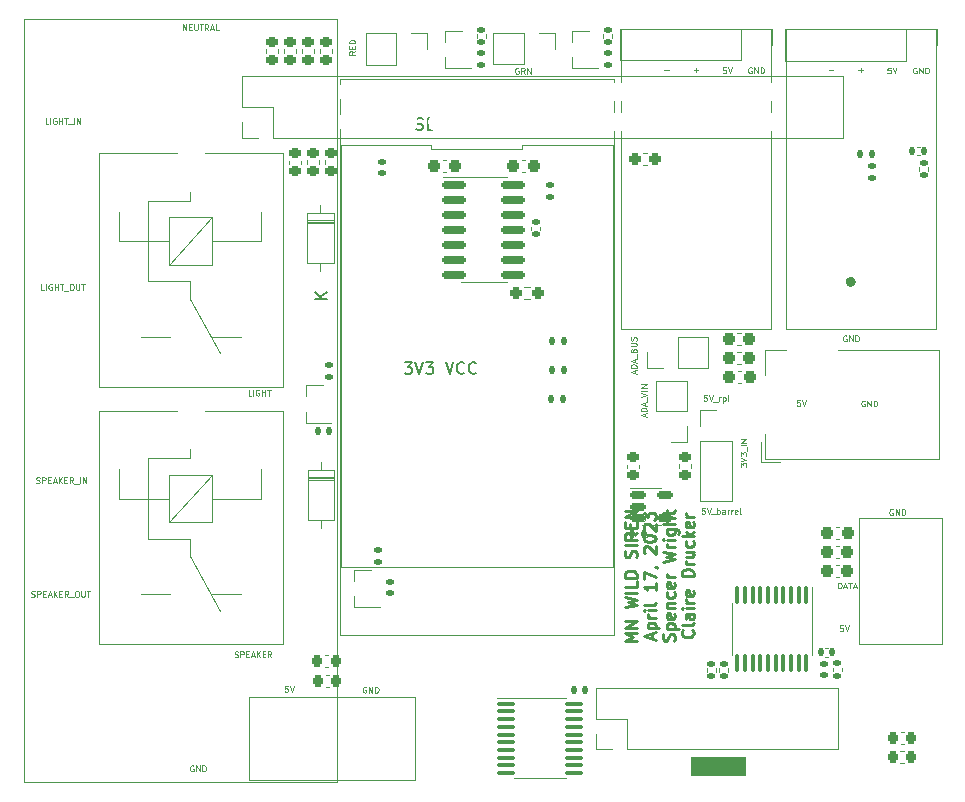
<source format=gto>
%TF.GenerationSoftware,KiCad,Pcbnew,(6.0.10-0)*%
%TF.CreationDate,2023-04-17T23:12:57-05:00*%
%TF.ProjectId,mn_wild_siren,6d6e5f77-696c-4645-9f73-6972656e2e6b,rev?*%
%TF.SameCoordinates,Original*%
%TF.FileFunction,Legend,Top*%
%TF.FilePolarity,Positive*%
%FSLAX46Y46*%
G04 Gerber Fmt 4.6, Leading zero omitted, Abs format (unit mm)*
G04 Created by KiCad (PCBNEW (6.0.10-0)) date 2023-04-17 23:12:57*
%MOMM*%
%LPD*%
G01*
G04 APERTURE LIST*
G04 Aperture macros list*
%AMRoundRect*
0 Rectangle with rounded corners*
0 $1 Rounding radius*
0 $2 $3 $4 $5 $6 $7 $8 $9 X,Y pos of 4 corners*
0 Add a 4 corners polygon primitive as box body*
4,1,4,$2,$3,$4,$5,$6,$7,$8,$9,$2,$3,0*
0 Add four circle primitives for the rounded corners*
1,1,$1+$1,$2,$3*
1,1,$1+$1,$4,$5*
1,1,$1+$1,$6,$7*
1,1,$1+$1,$8,$9*
0 Add four rect primitives between the rounded corners*
20,1,$1+$1,$2,$3,$4,$5,0*
20,1,$1+$1,$4,$5,$6,$7,0*
20,1,$1+$1,$6,$7,$8,$9,0*
20,1,$1+$1,$8,$9,$2,$3,0*%
G04 Aperture macros list end*
%ADD10C,0.125000*%
%ADD11C,0.250000*%
%ADD12C,0.120000*%
%ADD13C,0.050000*%
%ADD14C,0.150000*%
%ADD15C,0.456611*%
%ADD16RoundRect,0.150000X-0.512500X-0.150000X0.512500X-0.150000X0.512500X0.150000X-0.512500X0.150000X0*%
%ADD17RoundRect,0.147500X0.172500X-0.147500X0.172500X0.147500X-0.172500X0.147500X-0.172500X-0.147500X0*%
%ADD18R,1.700000X1.700000*%
%ADD19O,1.700000X1.700000*%
%ADD20RoundRect,0.225000X-0.225000X-0.250000X0.225000X-0.250000X0.225000X0.250000X-0.225000X0.250000X0*%
%ADD21RoundRect,0.225000X0.250000X-0.225000X0.250000X0.225000X-0.250000X0.225000X-0.250000X-0.225000X0*%
%ADD22RoundRect,0.225000X-0.250000X0.225000X-0.250000X-0.225000X0.250000X-0.225000X0.250000X0.225000X0*%
%ADD23RoundRect,0.225000X0.225000X0.250000X-0.225000X0.250000X-0.225000X-0.250000X0.225000X-0.250000X0*%
%ADD24RoundRect,0.237500X0.300000X0.237500X-0.300000X0.237500X-0.300000X-0.237500X0.300000X-0.237500X0*%
%ADD25RoundRect,0.237500X-0.300000X-0.237500X0.300000X-0.237500X0.300000X0.237500X-0.300000X0.237500X0*%
%ADD26R,1.800000X4.400000*%
%ADD27O,1.800000X4.000000*%
%ADD28O,4.000000X1.800000*%
%ADD29C,2.000000*%
%ADD30R,3.000000X4.000000*%
%ADD31RoundRect,0.237500X0.287500X0.237500X-0.287500X0.237500X-0.287500X-0.237500X0.287500X-0.237500X0*%
%ADD32RoundRect,0.147500X-0.147500X-0.172500X0.147500X-0.172500X0.147500X0.172500X-0.147500X0.172500X0*%
%ADD33RoundRect,0.218750X-0.256250X0.218750X-0.256250X-0.218750X0.256250X-0.218750X0.256250X0.218750X0*%
%ADD34C,5.000000*%
%ADD35C,3.000000*%
%ADD36C,2.500000*%
%ADD37R,0.900000X0.800000*%
%ADD38RoundRect,0.147500X-0.172500X0.147500X-0.172500X-0.147500X0.172500X-0.147500X0.172500X0.147500X0*%
%ADD39RoundRect,0.147500X0.147500X0.172500X-0.147500X0.172500X-0.147500X-0.172500X0.147500X-0.172500X0*%
%ADD40RoundRect,0.100000X-0.637500X-0.100000X0.637500X-0.100000X0.637500X0.100000X-0.637500X0.100000X0*%
%ADD41R,1.500000X1.500000*%
%ADD42C,3.200000*%
%ADD43C,1.750000*%
%ADD44RoundRect,0.135000X-0.185000X0.135000X-0.185000X-0.135000X0.185000X-0.135000X0.185000X0.135000X0*%
%ADD45RoundRect,0.150000X-0.825000X-0.150000X0.825000X-0.150000X0.825000X0.150000X-0.825000X0.150000X0*%
%ADD46RoundRect,0.135000X0.185000X-0.135000X0.185000X0.135000X-0.185000X0.135000X-0.185000X-0.135000X0*%
%ADD47R,1.600000X1.600000*%
%ADD48O,1.600000X1.600000*%
%ADD49RoundRect,0.140000X-0.140000X-0.170000X0.140000X-0.170000X0.140000X0.170000X-0.140000X0.170000X0*%
%ADD50RoundRect,0.100000X-0.100000X0.637500X-0.100000X-0.637500X0.100000X-0.637500X0.100000X0.637500X0*%
%ADD51RoundRect,0.135000X0.135000X0.185000X-0.135000X0.185000X-0.135000X-0.185000X0.135000X-0.185000X0*%
%ADD52RoundRect,0.237500X-0.250000X-0.237500X0.250000X-0.237500X0.250000X0.237500X-0.250000X0.237500X0*%
G04 APERTURE END LIST*
D10*
X227036190Y-107860476D02*
X227036190Y-107550952D01*
X227226666Y-107717619D01*
X227226666Y-107646190D01*
X227250476Y-107598571D01*
X227274285Y-107574761D01*
X227321904Y-107550952D01*
X227440952Y-107550952D01*
X227488571Y-107574761D01*
X227512380Y-107598571D01*
X227536190Y-107646190D01*
X227536190Y-107789047D01*
X227512380Y-107836666D01*
X227488571Y-107860476D01*
X227036190Y-107408095D02*
X227536190Y-107241428D01*
X227036190Y-107074761D01*
X227036190Y-106955714D02*
X227036190Y-106646190D01*
X227226666Y-106812857D01*
X227226666Y-106741428D01*
X227250476Y-106693809D01*
X227274285Y-106670000D01*
X227321904Y-106646190D01*
X227440952Y-106646190D01*
X227488571Y-106670000D01*
X227512380Y-106693809D01*
X227536190Y-106741428D01*
X227536190Y-106884285D01*
X227512380Y-106931904D01*
X227488571Y-106955714D01*
X227583809Y-106550952D02*
X227583809Y-106170000D01*
X227536190Y-106050952D02*
X227036190Y-106050952D01*
X227536190Y-105812857D02*
X227036190Y-105812857D01*
X227536190Y-105527142D01*
X227036190Y-105527142D01*
X208229047Y-74110000D02*
X208181428Y-74086190D01*
X208110000Y-74086190D01*
X208038571Y-74110000D01*
X207990952Y-74157619D01*
X207967142Y-74205238D01*
X207943333Y-74300476D01*
X207943333Y-74371904D01*
X207967142Y-74467142D01*
X207990952Y-74514761D01*
X208038571Y-74562380D01*
X208110000Y-74586190D01*
X208157619Y-74586190D01*
X208229047Y-74562380D01*
X208252857Y-74538571D01*
X208252857Y-74371904D01*
X208157619Y-74371904D01*
X208752857Y-74586190D02*
X208586190Y-74348095D01*
X208467142Y-74586190D02*
X208467142Y-74086190D01*
X208657619Y-74086190D01*
X208705238Y-74110000D01*
X208729047Y-74133809D01*
X208752857Y-74181428D01*
X208752857Y-74252857D01*
X208729047Y-74300476D01*
X208705238Y-74324285D01*
X208657619Y-74348095D01*
X208467142Y-74348095D01*
X208967142Y-74586190D02*
X208967142Y-74086190D01*
X209252857Y-74586190D01*
X209252857Y-74086190D01*
X194416190Y-72671428D02*
X194178095Y-72838095D01*
X194416190Y-72957142D02*
X193916190Y-72957142D01*
X193916190Y-72766666D01*
X193940000Y-72719047D01*
X193963809Y-72695238D01*
X194011428Y-72671428D01*
X194082857Y-72671428D01*
X194130476Y-72695238D01*
X194154285Y-72719047D01*
X194178095Y-72766666D01*
X194178095Y-72957142D01*
X194154285Y-72457142D02*
X194154285Y-72290476D01*
X194416190Y-72219047D02*
X194416190Y-72457142D01*
X193916190Y-72457142D01*
X193916190Y-72219047D01*
X194416190Y-72004761D02*
X193916190Y-72004761D01*
X193916190Y-71885714D01*
X193940000Y-71814285D01*
X193987619Y-71766666D01*
X194035238Y-71742857D01*
X194130476Y-71719047D01*
X194201904Y-71719047D01*
X194297142Y-71742857D01*
X194344761Y-71766666D01*
X194392380Y-71814285D01*
X194416190Y-71885714D01*
X194416190Y-72004761D01*
X224164285Y-101786190D02*
X223926190Y-101786190D01*
X223902380Y-102024285D01*
X223926190Y-102000476D01*
X223973809Y-101976666D01*
X224092857Y-101976666D01*
X224140476Y-102000476D01*
X224164285Y-102024285D01*
X224188095Y-102071904D01*
X224188095Y-102190952D01*
X224164285Y-102238571D01*
X224140476Y-102262380D01*
X224092857Y-102286190D01*
X223973809Y-102286190D01*
X223926190Y-102262380D01*
X223902380Y-102238571D01*
X224330952Y-101786190D02*
X224497619Y-102286190D01*
X224664285Y-101786190D01*
X224711904Y-102333809D02*
X225092857Y-102333809D01*
X225211904Y-102286190D02*
X225211904Y-101952857D01*
X225211904Y-102048095D02*
X225235714Y-102000476D01*
X225259523Y-101976666D01*
X225307142Y-101952857D01*
X225354761Y-101952857D01*
X225521428Y-101952857D02*
X225521428Y-102452857D01*
X225521428Y-101976666D02*
X225569047Y-101952857D01*
X225664285Y-101952857D01*
X225711904Y-101976666D01*
X225735714Y-102000476D01*
X225759523Y-102048095D01*
X225759523Y-102190952D01*
X225735714Y-102238571D01*
X225711904Y-102262380D01*
X225664285Y-102286190D01*
X225569047Y-102286190D01*
X225521428Y-102262380D01*
X225973809Y-102286190D02*
X225973809Y-101952857D01*
X225973809Y-101786190D02*
X225950000Y-101810000D01*
X225973809Y-101833809D01*
X225997619Y-101810000D01*
X225973809Y-101786190D01*
X225973809Y-101833809D01*
X223997142Y-111346190D02*
X223759047Y-111346190D01*
X223735238Y-111584285D01*
X223759047Y-111560476D01*
X223806666Y-111536666D01*
X223925714Y-111536666D01*
X223973333Y-111560476D01*
X223997142Y-111584285D01*
X224020952Y-111631904D01*
X224020952Y-111750952D01*
X223997142Y-111798571D01*
X223973333Y-111822380D01*
X223925714Y-111846190D01*
X223806666Y-111846190D01*
X223759047Y-111822380D01*
X223735238Y-111798571D01*
X224163809Y-111346190D02*
X224330476Y-111846190D01*
X224497142Y-111346190D01*
X224544761Y-111893809D02*
X224925714Y-111893809D01*
X225044761Y-111846190D02*
X225044761Y-111346190D01*
X225044761Y-111536666D02*
X225092380Y-111512857D01*
X225187619Y-111512857D01*
X225235238Y-111536666D01*
X225259047Y-111560476D01*
X225282857Y-111608095D01*
X225282857Y-111750952D01*
X225259047Y-111798571D01*
X225235238Y-111822380D01*
X225187619Y-111846190D01*
X225092380Y-111846190D01*
X225044761Y-111822380D01*
X225711428Y-111846190D02*
X225711428Y-111584285D01*
X225687619Y-111536666D01*
X225640000Y-111512857D01*
X225544761Y-111512857D01*
X225497142Y-111536666D01*
X225711428Y-111822380D02*
X225663809Y-111846190D01*
X225544761Y-111846190D01*
X225497142Y-111822380D01*
X225473333Y-111774761D01*
X225473333Y-111727142D01*
X225497142Y-111679523D01*
X225544761Y-111655714D01*
X225663809Y-111655714D01*
X225711428Y-111631904D01*
X225949523Y-111846190D02*
X225949523Y-111512857D01*
X225949523Y-111608095D02*
X225973333Y-111560476D01*
X225997142Y-111536666D01*
X226044761Y-111512857D01*
X226092380Y-111512857D01*
X226259047Y-111846190D02*
X226259047Y-111512857D01*
X226259047Y-111608095D02*
X226282857Y-111560476D01*
X226306666Y-111536666D01*
X226354285Y-111512857D01*
X226401904Y-111512857D01*
X226759047Y-111822380D02*
X226711428Y-111846190D01*
X226616190Y-111846190D01*
X226568571Y-111822380D01*
X226544761Y-111774761D01*
X226544761Y-111584285D01*
X226568571Y-111536666D01*
X226616190Y-111512857D01*
X226711428Y-111512857D01*
X226759047Y-111536666D01*
X226782857Y-111584285D01*
X226782857Y-111631904D01*
X226544761Y-111679523D01*
X227068571Y-111846190D02*
X227020952Y-111822380D01*
X226997142Y-111774761D01*
X226997142Y-111346190D01*
X218083333Y-99933809D02*
X218083333Y-99695714D01*
X218226190Y-99981428D02*
X217726190Y-99814761D01*
X218226190Y-99648095D01*
X218226190Y-99481428D02*
X217726190Y-99481428D01*
X217726190Y-99362380D01*
X217750000Y-99290952D01*
X217797619Y-99243333D01*
X217845238Y-99219523D01*
X217940476Y-99195714D01*
X218011904Y-99195714D01*
X218107142Y-99219523D01*
X218154761Y-99243333D01*
X218202380Y-99290952D01*
X218226190Y-99362380D01*
X218226190Y-99481428D01*
X218083333Y-99005238D02*
X218083333Y-98767142D01*
X218226190Y-99052857D02*
X217726190Y-98886190D01*
X218226190Y-98719523D01*
X218273809Y-98671904D02*
X218273809Y-98290952D01*
X217964285Y-98005238D02*
X217988095Y-97933809D01*
X218011904Y-97910000D01*
X218059523Y-97886190D01*
X218130952Y-97886190D01*
X218178571Y-97910000D01*
X218202380Y-97933809D01*
X218226190Y-97981428D01*
X218226190Y-98171904D01*
X217726190Y-98171904D01*
X217726190Y-98005238D01*
X217750000Y-97957619D01*
X217773809Y-97933809D01*
X217821428Y-97910000D01*
X217869047Y-97910000D01*
X217916666Y-97933809D01*
X217940476Y-97957619D01*
X217964285Y-98005238D01*
X217964285Y-98171904D01*
X217726190Y-97671904D02*
X218130952Y-97671904D01*
X218178571Y-97648095D01*
X218202380Y-97624285D01*
X218226190Y-97576666D01*
X218226190Y-97481428D01*
X218202380Y-97433809D01*
X218178571Y-97410000D01*
X218130952Y-97386190D01*
X217726190Y-97386190D01*
X218202380Y-97171904D02*
X218226190Y-97100476D01*
X218226190Y-96981428D01*
X218202380Y-96933809D01*
X218178571Y-96910000D01*
X218130952Y-96886190D01*
X218083333Y-96886190D01*
X218035714Y-96910000D01*
X218011904Y-96933809D01*
X217988095Y-96981428D01*
X217964285Y-97076666D01*
X217940476Y-97124285D01*
X217916666Y-97148095D01*
X217869047Y-97171904D01*
X217821428Y-97171904D01*
X217773809Y-97148095D01*
X217750000Y-97124285D01*
X217726190Y-97076666D01*
X217726190Y-96957619D01*
X217750000Y-96886190D01*
X218933333Y-103599047D02*
X218933333Y-103360952D01*
X219076190Y-103646666D02*
X218576190Y-103480000D01*
X219076190Y-103313333D01*
X219076190Y-103146666D02*
X218576190Y-103146666D01*
X218576190Y-103027619D01*
X218600000Y-102956190D01*
X218647619Y-102908571D01*
X218695238Y-102884761D01*
X218790476Y-102860952D01*
X218861904Y-102860952D01*
X218957142Y-102884761D01*
X219004761Y-102908571D01*
X219052380Y-102956190D01*
X219076190Y-103027619D01*
X219076190Y-103146666D01*
X218933333Y-102670476D02*
X218933333Y-102432380D01*
X219076190Y-102718095D02*
X218576190Y-102551428D01*
X219076190Y-102384761D01*
X219123809Y-102337142D02*
X219123809Y-101956190D01*
X218576190Y-101908571D02*
X219076190Y-101741904D01*
X218576190Y-101575238D01*
X219076190Y-101408571D02*
X218576190Y-101408571D01*
X219076190Y-101170476D02*
X218576190Y-101170476D01*
X219076190Y-100884761D01*
X218576190Y-100884761D01*
D11*
X218227380Y-122613809D02*
X217227380Y-122613809D01*
X217941666Y-122280476D01*
X217227380Y-121947142D01*
X218227380Y-121947142D01*
X218227380Y-121470952D02*
X217227380Y-121470952D01*
X218227380Y-120899523D01*
X217227380Y-120899523D01*
X217227380Y-119756666D02*
X218227380Y-119518571D01*
X217513095Y-119328095D01*
X218227380Y-119137619D01*
X217227380Y-118899523D01*
X218227380Y-118518571D02*
X217227380Y-118518571D01*
X218227380Y-117566190D02*
X218227380Y-118042380D01*
X217227380Y-118042380D01*
X218227380Y-117232857D02*
X217227380Y-117232857D01*
X217227380Y-116994761D01*
X217275000Y-116851904D01*
X217370238Y-116756666D01*
X217465476Y-116709047D01*
X217655952Y-116661428D01*
X217798809Y-116661428D01*
X217989285Y-116709047D01*
X218084523Y-116756666D01*
X218179761Y-116851904D01*
X218227380Y-116994761D01*
X218227380Y-117232857D01*
X218179761Y-115518571D02*
X218227380Y-115375714D01*
X218227380Y-115137619D01*
X218179761Y-115042380D01*
X218132142Y-114994761D01*
X218036904Y-114947142D01*
X217941666Y-114947142D01*
X217846428Y-114994761D01*
X217798809Y-115042380D01*
X217751190Y-115137619D01*
X217703571Y-115328095D01*
X217655952Y-115423333D01*
X217608333Y-115470952D01*
X217513095Y-115518571D01*
X217417857Y-115518571D01*
X217322619Y-115470952D01*
X217275000Y-115423333D01*
X217227380Y-115328095D01*
X217227380Y-115090000D01*
X217275000Y-114947142D01*
X218227380Y-114518571D02*
X217227380Y-114518571D01*
X218227380Y-113470952D02*
X217751190Y-113804285D01*
X218227380Y-114042380D02*
X217227380Y-114042380D01*
X217227380Y-113661428D01*
X217275000Y-113566190D01*
X217322619Y-113518571D01*
X217417857Y-113470952D01*
X217560714Y-113470952D01*
X217655952Y-113518571D01*
X217703571Y-113566190D01*
X217751190Y-113661428D01*
X217751190Y-114042380D01*
X217703571Y-113042380D02*
X217703571Y-112709047D01*
X218227380Y-112566190D02*
X218227380Y-113042380D01*
X217227380Y-113042380D01*
X217227380Y-112566190D01*
X218227380Y-112137619D02*
X217227380Y-112137619D01*
X218227380Y-111566190D01*
X217227380Y-111566190D01*
X219551666Y-122447142D02*
X219551666Y-121970952D01*
X219837380Y-122542380D02*
X218837380Y-122209047D01*
X219837380Y-121875714D01*
X219170714Y-121542380D02*
X220170714Y-121542380D01*
X219218333Y-121542380D02*
X219170714Y-121447142D01*
X219170714Y-121256666D01*
X219218333Y-121161428D01*
X219265952Y-121113809D01*
X219361190Y-121066190D01*
X219646904Y-121066190D01*
X219742142Y-121113809D01*
X219789761Y-121161428D01*
X219837380Y-121256666D01*
X219837380Y-121447142D01*
X219789761Y-121542380D01*
X219837380Y-120637619D02*
X219170714Y-120637619D01*
X219361190Y-120637619D02*
X219265952Y-120590000D01*
X219218333Y-120542380D01*
X219170714Y-120447142D01*
X219170714Y-120351904D01*
X219837380Y-120018571D02*
X219170714Y-120018571D01*
X218837380Y-120018571D02*
X218885000Y-120066190D01*
X218932619Y-120018571D01*
X218885000Y-119970952D01*
X218837380Y-120018571D01*
X218932619Y-120018571D01*
X219837380Y-119399523D02*
X219789761Y-119494761D01*
X219694523Y-119542380D01*
X218837380Y-119542380D01*
X219837380Y-117732857D02*
X219837380Y-118304285D01*
X219837380Y-118018571D02*
X218837380Y-118018571D01*
X218980238Y-118113809D01*
X219075476Y-118209047D01*
X219123095Y-118304285D01*
X218837380Y-117399523D02*
X218837380Y-116732857D01*
X219837380Y-117161428D01*
X219789761Y-116304285D02*
X219837380Y-116304285D01*
X219932619Y-116351904D01*
X219980238Y-116399523D01*
X218932619Y-115161428D02*
X218885000Y-115113809D01*
X218837380Y-115018571D01*
X218837380Y-114780476D01*
X218885000Y-114685238D01*
X218932619Y-114637619D01*
X219027857Y-114590000D01*
X219123095Y-114590000D01*
X219265952Y-114637619D01*
X219837380Y-115209047D01*
X219837380Y-114590000D01*
X218837380Y-113970952D02*
X218837380Y-113875714D01*
X218885000Y-113780476D01*
X218932619Y-113732857D01*
X219027857Y-113685238D01*
X219218333Y-113637619D01*
X219456428Y-113637619D01*
X219646904Y-113685238D01*
X219742142Y-113732857D01*
X219789761Y-113780476D01*
X219837380Y-113875714D01*
X219837380Y-113970952D01*
X219789761Y-114066190D01*
X219742142Y-114113809D01*
X219646904Y-114161428D01*
X219456428Y-114209047D01*
X219218333Y-114209047D01*
X219027857Y-114161428D01*
X218932619Y-114113809D01*
X218885000Y-114066190D01*
X218837380Y-113970952D01*
X218932619Y-113256666D02*
X218885000Y-113209047D01*
X218837380Y-113113809D01*
X218837380Y-112875714D01*
X218885000Y-112780476D01*
X218932619Y-112732857D01*
X219027857Y-112685238D01*
X219123095Y-112685238D01*
X219265952Y-112732857D01*
X219837380Y-113304285D01*
X219837380Y-112685238D01*
X218837380Y-112351904D02*
X218837380Y-111732857D01*
X219218333Y-112066190D01*
X219218333Y-111923333D01*
X219265952Y-111828095D01*
X219313571Y-111780476D01*
X219408809Y-111732857D01*
X219646904Y-111732857D01*
X219742142Y-111780476D01*
X219789761Y-111828095D01*
X219837380Y-111923333D01*
X219837380Y-112209047D01*
X219789761Y-112304285D01*
X219742142Y-112351904D01*
X221399761Y-122566190D02*
X221447380Y-122423333D01*
X221447380Y-122185238D01*
X221399761Y-122090000D01*
X221352142Y-122042380D01*
X221256904Y-121994761D01*
X221161666Y-121994761D01*
X221066428Y-122042380D01*
X221018809Y-122090000D01*
X220971190Y-122185238D01*
X220923571Y-122375714D01*
X220875952Y-122470952D01*
X220828333Y-122518571D01*
X220733095Y-122566190D01*
X220637857Y-122566190D01*
X220542619Y-122518571D01*
X220495000Y-122470952D01*
X220447380Y-122375714D01*
X220447380Y-122137619D01*
X220495000Y-121994761D01*
X220780714Y-121566190D02*
X221780714Y-121566190D01*
X220828333Y-121566190D02*
X220780714Y-121470952D01*
X220780714Y-121280476D01*
X220828333Y-121185238D01*
X220875952Y-121137619D01*
X220971190Y-121090000D01*
X221256904Y-121090000D01*
X221352142Y-121137619D01*
X221399761Y-121185238D01*
X221447380Y-121280476D01*
X221447380Y-121470952D01*
X221399761Y-121566190D01*
X221399761Y-120280476D02*
X221447380Y-120375714D01*
X221447380Y-120566190D01*
X221399761Y-120661428D01*
X221304523Y-120709047D01*
X220923571Y-120709047D01*
X220828333Y-120661428D01*
X220780714Y-120566190D01*
X220780714Y-120375714D01*
X220828333Y-120280476D01*
X220923571Y-120232857D01*
X221018809Y-120232857D01*
X221114047Y-120709047D01*
X220780714Y-119804285D02*
X221447380Y-119804285D01*
X220875952Y-119804285D02*
X220828333Y-119756666D01*
X220780714Y-119661428D01*
X220780714Y-119518571D01*
X220828333Y-119423333D01*
X220923571Y-119375714D01*
X221447380Y-119375714D01*
X221399761Y-118470952D02*
X221447380Y-118566190D01*
X221447380Y-118756666D01*
X221399761Y-118851904D01*
X221352142Y-118899523D01*
X221256904Y-118947142D01*
X220971190Y-118947142D01*
X220875952Y-118899523D01*
X220828333Y-118851904D01*
X220780714Y-118756666D01*
X220780714Y-118566190D01*
X220828333Y-118470952D01*
X221399761Y-117661428D02*
X221447380Y-117756666D01*
X221447380Y-117947142D01*
X221399761Y-118042380D01*
X221304523Y-118090000D01*
X220923571Y-118090000D01*
X220828333Y-118042380D01*
X220780714Y-117947142D01*
X220780714Y-117756666D01*
X220828333Y-117661428D01*
X220923571Y-117613809D01*
X221018809Y-117613809D01*
X221114047Y-118090000D01*
X221447380Y-117185238D02*
X220780714Y-117185238D01*
X220971190Y-117185238D02*
X220875952Y-117137619D01*
X220828333Y-117090000D01*
X220780714Y-116994761D01*
X220780714Y-116899523D01*
X220447380Y-115899523D02*
X221447380Y-115661428D01*
X220733095Y-115470952D01*
X221447380Y-115280476D01*
X220447380Y-115042380D01*
X221447380Y-114661428D02*
X220780714Y-114661428D01*
X220971190Y-114661428D02*
X220875952Y-114613809D01*
X220828333Y-114566190D01*
X220780714Y-114470952D01*
X220780714Y-114375714D01*
X221447380Y-114042380D02*
X220780714Y-114042380D01*
X220447380Y-114042380D02*
X220495000Y-114090000D01*
X220542619Y-114042380D01*
X220495000Y-113994761D01*
X220447380Y-114042380D01*
X220542619Y-114042380D01*
X220780714Y-113137619D02*
X221590238Y-113137619D01*
X221685476Y-113185238D01*
X221733095Y-113232857D01*
X221780714Y-113328095D01*
X221780714Y-113470952D01*
X221733095Y-113566190D01*
X221399761Y-113137619D02*
X221447380Y-113232857D01*
X221447380Y-113423333D01*
X221399761Y-113518571D01*
X221352142Y-113566190D01*
X221256904Y-113613809D01*
X220971190Y-113613809D01*
X220875952Y-113566190D01*
X220828333Y-113518571D01*
X220780714Y-113423333D01*
X220780714Y-113232857D01*
X220828333Y-113137619D01*
X221447380Y-112661428D02*
X220447380Y-112661428D01*
X221447380Y-112232857D02*
X220923571Y-112232857D01*
X220828333Y-112280476D01*
X220780714Y-112375714D01*
X220780714Y-112518571D01*
X220828333Y-112613809D01*
X220875952Y-112661428D01*
X220780714Y-111899523D02*
X220780714Y-111518571D01*
X220447380Y-111756666D02*
X221304523Y-111756666D01*
X221399761Y-111709047D01*
X221447380Y-111613809D01*
X221447380Y-111518571D01*
X222962142Y-121685238D02*
X223009761Y-121732857D01*
X223057380Y-121875714D01*
X223057380Y-121970952D01*
X223009761Y-122113809D01*
X222914523Y-122209047D01*
X222819285Y-122256666D01*
X222628809Y-122304285D01*
X222485952Y-122304285D01*
X222295476Y-122256666D01*
X222200238Y-122209047D01*
X222105000Y-122113809D01*
X222057380Y-121970952D01*
X222057380Y-121875714D01*
X222105000Y-121732857D01*
X222152619Y-121685238D01*
X223057380Y-121113809D02*
X223009761Y-121209047D01*
X222914523Y-121256666D01*
X222057380Y-121256666D01*
X223057380Y-120304285D02*
X222533571Y-120304285D01*
X222438333Y-120351904D01*
X222390714Y-120447142D01*
X222390714Y-120637619D01*
X222438333Y-120732857D01*
X223009761Y-120304285D02*
X223057380Y-120399523D01*
X223057380Y-120637619D01*
X223009761Y-120732857D01*
X222914523Y-120780476D01*
X222819285Y-120780476D01*
X222724047Y-120732857D01*
X222676428Y-120637619D01*
X222676428Y-120399523D01*
X222628809Y-120304285D01*
X223057380Y-119828095D02*
X222390714Y-119828095D01*
X222057380Y-119828095D02*
X222105000Y-119875714D01*
X222152619Y-119828095D01*
X222105000Y-119780476D01*
X222057380Y-119828095D01*
X222152619Y-119828095D01*
X223057380Y-119351904D02*
X222390714Y-119351904D01*
X222581190Y-119351904D02*
X222485952Y-119304285D01*
X222438333Y-119256666D01*
X222390714Y-119161428D01*
X222390714Y-119066190D01*
X223009761Y-118351904D02*
X223057380Y-118447142D01*
X223057380Y-118637619D01*
X223009761Y-118732857D01*
X222914523Y-118780476D01*
X222533571Y-118780476D01*
X222438333Y-118732857D01*
X222390714Y-118637619D01*
X222390714Y-118447142D01*
X222438333Y-118351904D01*
X222533571Y-118304285D01*
X222628809Y-118304285D01*
X222724047Y-118780476D01*
X223057380Y-117113809D02*
X222057380Y-117113809D01*
X222057380Y-116875714D01*
X222105000Y-116732857D01*
X222200238Y-116637619D01*
X222295476Y-116590000D01*
X222485952Y-116542380D01*
X222628809Y-116542380D01*
X222819285Y-116590000D01*
X222914523Y-116637619D01*
X223009761Y-116732857D01*
X223057380Y-116875714D01*
X223057380Y-117113809D01*
X223057380Y-116113809D02*
X222390714Y-116113809D01*
X222581190Y-116113809D02*
X222485952Y-116066190D01*
X222438333Y-116018571D01*
X222390714Y-115923333D01*
X222390714Y-115828095D01*
X222390714Y-115066190D02*
X223057380Y-115066190D01*
X222390714Y-115494761D02*
X222914523Y-115494761D01*
X223009761Y-115447142D01*
X223057380Y-115351904D01*
X223057380Y-115209047D01*
X223009761Y-115113809D01*
X222962142Y-115066190D01*
X223009761Y-114161428D02*
X223057380Y-114256666D01*
X223057380Y-114447142D01*
X223009761Y-114542380D01*
X222962142Y-114590000D01*
X222866904Y-114637619D01*
X222581190Y-114637619D01*
X222485952Y-114590000D01*
X222438333Y-114542380D01*
X222390714Y-114447142D01*
X222390714Y-114256666D01*
X222438333Y-114161428D01*
X223057380Y-113732857D02*
X222057380Y-113732857D01*
X222676428Y-113637619D02*
X223057380Y-113351904D01*
X222390714Y-113351904D02*
X222771666Y-113732857D01*
X223009761Y-112542380D02*
X223057380Y-112637619D01*
X223057380Y-112828095D01*
X223009761Y-112923333D01*
X222914523Y-112970952D01*
X222533571Y-112970952D01*
X222438333Y-112923333D01*
X222390714Y-112828095D01*
X222390714Y-112637619D01*
X222438333Y-112542380D01*
X222533571Y-112494761D01*
X222628809Y-112494761D01*
X222724047Y-112970952D01*
X223057380Y-112066190D02*
X222390714Y-112066190D01*
X222581190Y-112066190D02*
X222485952Y-112018571D01*
X222438333Y-111970952D01*
X222390714Y-111875714D01*
X222390714Y-111780476D01*
D10*
X232084761Y-102206190D02*
X231846666Y-102206190D01*
X231822857Y-102444285D01*
X231846666Y-102420476D01*
X231894285Y-102396666D01*
X232013333Y-102396666D01*
X232060952Y-102420476D01*
X232084761Y-102444285D01*
X232108571Y-102491904D01*
X232108571Y-102610952D01*
X232084761Y-102658571D01*
X232060952Y-102682380D01*
X232013333Y-102706190D01*
X231894285Y-102706190D01*
X231846666Y-102682380D01*
X231822857Y-102658571D01*
X232251428Y-102206190D02*
X232418095Y-102706190D01*
X232584761Y-102206190D01*
X237539047Y-102270000D02*
X237491428Y-102246190D01*
X237420000Y-102246190D01*
X237348571Y-102270000D01*
X237300952Y-102317619D01*
X237277142Y-102365238D01*
X237253333Y-102460476D01*
X237253333Y-102531904D01*
X237277142Y-102627142D01*
X237300952Y-102674761D01*
X237348571Y-102722380D01*
X237420000Y-102746190D01*
X237467619Y-102746190D01*
X237539047Y-102722380D01*
X237562857Y-102698571D01*
X237562857Y-102531904D01*
X237467619Y-102531904D01*
X237777142Y-102746190D02*
X237777142Y-102246190D01*
X238062857Y-102746190D01*
X238062857Y-102246190D01*
X238300952Y-102746190D02*
X238300952Y-102246190D01*
X238420000Y-102246190D01*
X238491428Y-102270000D01*
X238539047Y-102317619D01*
X238562857Y-102365238D01*
X238586666Y-102460476D01*
X238586666Y-102531904D01*
X238562857Y-102627142D01*
X238539047Y-102674761D01*
X238491428Y-102722380D01*
X238420000Y-102746190D01*
X238300952Y-102746190D01*
X235999047Y-96760000D02*
X235951428Y-96736190D01*
X235880000Y-96736190D01*
X235808571Y-96760000D01*
X235760952Y-96807619D01*
X235737142Y-96855238D01*
X235713333Y-96950476D01*
X235713333Y-97021904D01*
X235737142Y-97117142D01*
X235760952Y-97164761D01*
X235808571Y-97212380D01*
X235880000Y-97236190D01*
X235927619Y-97236190D01*
X235999047Y-97212380D01*
X236022857Y-97188571D01*
X236022857Y-97021904D01*
X235927619Y-97021904D01*
X236237142Y-97236190D02*
X236237142Y-96736190D01*
X236522857Y-97236190D01*
X236522857Y-96736190D01*
X236760952Y-97236190D02*
X236760952Y-96736190D01*
X236880000Y-96736190D01*
X236951428Y-96760000D01*
X236999047Y-96807619D01*
X237022857Y-96855238D01*
X237046666Y-96950476D01*
X237046666Y-97021904D01*
X237022857Y-97117142D01*
X236999047Y-97164761D01*
X236951428Y-97212380D01*
X236880000Y-97236190D01*
X236760952Y-97236190D01*
X235704761Y-121276190D02*
X235466666Y-121276190D01*
X235442857Y-121514285D01*
X235466666Y-121490476D01*
X235514285Y-121466666D01*
X235633333Y-121466666D01*
X235680952Y-121490476D01*
X235704761Y-121514285D01*
X235728571Y-121561904D01*
X235728571Y-121680952D01*
X235704761Y-121728571D01*
X235680952Y-121752380D01*
X235633333Y-121776190D01*
X235514285Y-121776190D01*
X235466666Y-121752380D01*
X235442857Y-121728571D01*
X235871428Y-121276190D02*
X236038095Y-121776190D01*
X236204761Y-121276190D01*
X239919047Y-111470000D02*
X239871428Y-111446190D01*
X239800000Y-111446190D01*
X239728571Y-111470000D01*
X239680952Y-111517619D01*
X239657142Y-111565238D01*
X239633333Y-111660476D01*
X239633333Y-111731904D01*
X239657142Y-111827142D01*
X239680952Y-111874761D01*
X239728571Y-111922380D01*
X239800000Y-111946190D01*
X239847619Y-111946190D01*
X239919047Y-111922380D01*
X239942857Y-111898571D01*
X239942857Y-111731904D01*
X239847619Y-111731904D01*
X240157142Y-111946190D02*
X240157142Y-111446190D01*
X240442857Y-111946190D01*
X240442857Y-111446190D01*
X240680952Y-111946190D02*
X240680952Y-111446190D01*
X240800000Y-111446190D01*
X240871428Y-111470000D01*
X240919047Y-111517619D01*
X240942857Y-111565238D01*
X240966666Y-111660476D01*
X240966666Y-111731904D01*
X240942857Y-111827142D01*
X240919047Y-111874761D01*
X240871428Y-111922380D01*
X240800000Y-111946190D01*
X240680952Y-111946190D01*
X235300000Y-118156190D02*
X235300000Y-117656190D01*
X235419047Y-117656190D01*
X235490476Y-117680000D01*
X235538095Y-117727619D01*
X235561904Y-117775238D01*
X235585714Y-117870476D01*
X235585714Y-117941904D01*
X235561904Y-118037142D01*
X235538095Y-118084761D01*
X235490476Y-118132380D01*
X235419047Y-118156190D01*
X235300000Y-118156190D01*
X235776190Y-118013333D02*
X236014285Y-118013333D01*
X235728571Y-118156190D02*
X235895238Y-117656190D01*
X236061904Y-118156190D01*
X236157142Y-117656190D02*
X236442857Y-117656190D01*
X236300000Y-118156190D02*
X236300000Y-117656190D01*
X236585714Y-118013333D02*
X236823809Y-118013333D01*
X236538095Y-118156190D02*
X236704761Y-117656190D01*
X236871428Y-118156190D01*
X188684761Y-126426190D02*
X188446666Y-126426190D01*
X188422857Y-126664285D01*
X188446666Y-126640476D01*
X188494285Y-126616666D01*
X188613333Y-126616666D01*
X188660952Y-126640476D01*
X188684761Y-126664285D01*
X188708571Y-126711904D01*
X188708571Y-126830952D01*
X188684761Y-126878571D01*
X188660952Y-126902380D01*
X188613333Y-126926190D01*
X188494285Y-126926190D01*
X188446666Y-126902380D01*
X188422857Y-126878571D01*
X188851428Y-126426190D02*
X189018095Y-126926190D01*
X189184761Y-126426190D01*
X195339047Y-126500000D02*
X195291428Y-126476190D01*
X195220000Y-126476190D01*
X195148571Y-126500000D01*
X195100952Y-126547619D01*
X195077142Y-126595238D01*
X195053333Y-126690476D01*
X195053333Y-126761904D01*
X195077142Y-126857142D01*
X195100952Y-126904761D01*
X195148571Y-126952380D01*
X195220000Y-126976190D01*
X195267619Y-126976190D01*
X195339047Y-126952380D01*
X195362857Y-126928571D01*
X195362857Y-126761904D01*
X195267619Y-126761904D01*
X195577142Y-126976190D02*
X195577142Y-126476190D01*
X195862857Y-126976190D01*
X195862857Y-126476190D01*
X196100952Y-126976190D02*
X196100952Y-126476190D01*
X196220000Y-126476190D01*
X196291428Y-126500000D01*
X196339047Y-126547619D01*
X196362857Y-126595238D01*
X196386666Y-126690476D01*
X196386666Y-126761904D01*
X196362857Y-126857142D01*
X196339047Y-126904761D01*
X196291428Y-126952380D01*
X196220000Y-126976190D01*
X196100952Y-126976190D01*
X185613333Y-101826190D02*
X185375238Y-101826190D01*
X185375238Y-101326190D01*
X185780000Y-101826190D02*
X185780000Y-101326190D01*
X186280000Y-101350000D02*
X186232380Y-101326190D01*
X186160952Y-101326190D01*
X186089523Y-101350000D01*
X186041904Y-101397619D01*
X186018095Y-101445238D01*
X185994285Y-101540476D01*
X185994285Y-101611904D01*
X186018095Y-101707142D01*
X186041904Y-101754761D01*
X186089523Y-101802380D01*
X186160952Y-101826190D01*
X186208571Y-101826190D01*
X186280000Y-101802380D01*
X186303809Y-101778571D01*
X186303809Y-101611904D01*
X186208571Y-101611904D01*
X186518095Y-101826190D02*
X186518095Y-101326190D01*
X186518095Y-101564285D02*
X186803809Y-101564285D01*
X186803809Y-101826190D02*
X186803809Y-101326190D01*
X186970476Y-101326190D02*
X187256190Y-101326190D01*
X187113333Y-101826190D02*
X187113333Y-101326190D01*
X184190476Y-123962380D02*
X184261904Y-123986190D01*
X184380952Y-123986190D01*
X184428571Y-123962380D01*
X184452380Y-123938571D01*
X184476190Y-123890952D01*
X184476190Y-123843333D01*
X184452380Y-123795714D01*
X184428571Y-123771904D01*
X184380952Y-123748095D01*
X184285714Y-123724285D01*
X184238095Y-123700476D01*
X184214285Y-123676666D01*
X184190476Y-123629047D01*
X184190476Y-123581428D01*
X184214285Y-123533809D01*
X184238095Y-123510000D01*
X184285714Y-123486190D01*
X184404761Y-123486190D01*
X184476190Y-123510000D01*
X184690476Y-123986190D02*
X184690476Y-123486190D01*
X184880952Y-123486190D01*
X184928571Y-123510000D01*
X184952380Y-123533809D01*
X184976190Y-123581428D01*
X184976190Y-123652857D01*
X184952380Y-123700476D01*
X184928571Y-123724285D01*
X184880952Y-123748095D01*
X184690476Y-123748095D01*
X185190476Y-123724285D02*
X185357142Y-123724285D01*
X185428571Y-123986190D02*
X185190476Y-123986190D01*
X185190476Y-123486190D01*
X185428571Y-123486190D01*
X185619047Y-123843333D02*
X185857142Y-123843333D01*
X185571428Y-123986190D02*
X185738095Y-123486190D01*
X185904761Y-123986190D01*
X186071428Y-123986190D02*
X186071428Y-123486190D01*
X186357142Y-123986190D02*
X186142857Y-123700476D01*
X186357142Y-123486190D02*
X186071428Y-123771904D01*
X186571428Y-123724285D02*
X186738095Y-123724285D01*
X186809523Y-123986190D02*
X186571428Y-123986190D01*
X186571428Y-123486190D01*
X186809523Y-123486190D01*
X187309523Y-123986190D02*
X187142857Y-123748095D01*
X187023809Y-123986190D02*
X187023809Y-123486190D01*
X187214285Y-123486190D01*
X187261904Y-123510000D01*
X187285714Y-123533809D01*
X187309523Y-123581428D01*
X187309523Y-123652857D01*
X187285714Y-123700476D01*
X187261904Y-123724285D01*
X187214285Y-123748095D01*
X187023809Y-123748095D01*
X180709047Y-133170000D02*
X180661428Y-133146190D01*
X180590000Y-133146190D01*
X180518571Y-133170000D01*
X180470952Y-133217619D01*
X180447142Y-133265238D01*
X180423333Y-133360476D01*
X180423333Y-133431904D01*
X180447142Y-133527142D01*
X180470952Y-133574761D01*
X180518571Y-133622380D01*
X180590000Y-133646190D01*
X180637619Y-133646190D01*
X180709047Y-133622380D01*
X180732857Y-133598571D01*
X180732857Y-133431904D01*
X180637619Y-133431904D01*
X180947142Y-133646190D02*
X180947142Y-133146190D01*
X181232857Y-133646190D01*
X181232857Y-133146190D01*
X181470952Y-133646190D02*
X181470952Y-133146190D01*
X181590000Y-133146190D01*
X181661428Y-133170000D01*
X181709047Y-133217619D01*
X181732857Y-133265238D01*
X181756666Y-133360476D01*
X181756666Y-133431904D01*
X181732857Y-133527142D01*
X181709047Y-133574761D01*
X181661428Y-133622380D01*
X181590000Y-133646190D01*
X181470952Y-133646190D01*
X166985714Y-118842380D02*
X167057142Y-118866190D01*
X167176190Y-118866190D01*
X167223809Y-118842380D01*
X167247619Y-118818571D01*
X167271428Y-118770952D01*
X167271428Y-118723333D01*
X167247619Y-118675714D01*
X167223809Y-118651904D01*
X167176190Y-118628095D01*
X167080952Y-118604285D01*
X167033333Y-118580476D01*
X167009523Y-118556666D01*
X166985714Y-118509047D01*
X166985714Y-118461428D01*
X167009523Y-118413809D01*
X167033333Y-118390000D01*
X167080952Y-118366190D01*
X167200000Y-118366190D01*
X167271428Y-118390000D01*
X167485714Y-118866190D02*
X167485714Y-118366190D01*
X167676190Y-118366190D01*
X167723809Y-118390000D01*
X167747619Y-118413809D01*
X167771428Y-118461428D01*
X167771428Y-118532857D01*
X167747619Y-118580476D01*
X167723809Y-118604285D01*
X167676190Y-118628095D01*
X167485714Y-118628095D01*
X167985714Y-118604285D02*
X168152380Y-118604285D01*
X168223809Y-118866190D02*
X167985714Y-118866190D01*
X167985714Y-118366190D01*
X168223809Y-118366190D01*
X168414285Y-118723333D02*
X168652380Y-118723333D01*
X168366666Y-118866190D02*
X168533333Y-118366190D01*
X168700000Y-118866190D01*
X168866666Y-118866190D02*
X168866666Y-118366190D01*
X169152380Y-118866190D02*
X168938095Y-118580476D01*
X169152380Y-118366190D02*
X168866666Y-118651904D01*
X169366666Y-118604285D02*
X169533333Y-118604285D01*
X169604761Y-118866190D02*
X169366666Y-118866190D01*
X169366666Y-118366190D01*
X169604761Y-118366190D01*
X170104761Y-118866190D02*
X169938095Y-118628095D01*
X169819047Y-118866190D02*
X169819047Y-118366190D01*
X170009523Y-118366190D01*
X170057142Y-118390000D01*
X170080952Y-118413809D01*
X170104761Y-118461428D01*
X170104761Y-118532857D01*
X170080952Y-118580476D01*
X170057142Y-118604285D01*
X170009523Y-118628095D01*
X169819047Y-118628095D01*
X170200000Y-118913809D02*
X170580952Y-118913809D01*
X170795238Y-118366190D02*
X170890476Y-118366190D01*
X170938095Y-118390000D01*
X170985714Y-118437619D01*
X171009523Y-118532857D01*
X171009523Y-118699523D01*
X170985714Y-118794761D01*
X170938095Y-118842380D01*
X170890476Y-118866190D01*
X170795238Y-118866190D01*
X170747619Y-118842380D01*
X170700000Y-118794761D01*
X170676190Y-118699523D01*
X170676190Y-118532857D01*
X170700000Y-118437619D01*
X170747619Y-118390000D01*
X170795238Y-118366190D01*
X171223809Y-118366190D02*
X171223809Y-118770952D01*
X171247619Y-118818571D01*
X171271428Y-118842380D01*
X171319047Y-118866190D01*
X171414285Y-118866190D01*
X171461904Y-118842380D01*
X171485714Y-118818571D01*
X171509523Y-118770952D01*
X171509523Y-118366190D01*
X171676190Y-118366190D02*
X171961904Y-118366190D01*
X171819047Y-118866190D02*
X171819047Y-118366190D01*
X167409047Y-109222380D02*
X167480476Y-109246190D01*
X167599523Y-109246190D01*
X167647142Y-109222380D01*
X167670952Y-109198571D01*
X167694761Y-109150952D01*
X167694761Y-109103333D01*
X167670952Y-109055714D01*
X167647142Y-109031904D01*
X167599523Y-109008095D01*
X167504285Y-108984285D01*
X167456666Y-108960476D01*
X167432857Y-108936666D01*
X167409047Y-108889047D01*
X167409047Y-108841428D01*
X167432857Y-108793809D01*
X167456666Y-108770000D01*
X167504285Y-108746190D01*
X167623333Y-108746190D01*
X167694761Y-108770000D01*
X167909047Y-109246190D02*
X167909047Y-108746190D01*
X168099523Y-108746190D01*
X168147142Y-108770000D01*
X168170952Y-108793809D01*
X168194761Y-108841428D01*
X168194761Y-108912857D01*
X168170952Y-108960476D01*
X168147142Y-108984285D01*
X168099523Y-109008095D01*
X167909047Y-109008095D01*
X168409047Y-108984285D02*
X168575714Y-108984285D01*
X168647142Y-109246190D02*
X168409047Y-109246190D01*
X168409047Y-108746190D01*
X168647142Y-108746190D01*
X168837619Y-109103333D02*
X169075714Y-109103333D01*
X168790000Y-109246190D02*
X168956666Y-108746190D01*
X169123333Y-109246190D01*
X169290000Y-109246190D02*
X169290000Y-108746190D01*
X169575714Y-109246190D02*
X169361428Y-108960476D01*
X169575714Y-108746190D02*
X169290000Y-109031904D01*
X169790000Y-108984285D02*
X169956666Y-108984285D01*
X170028095Y-109246190D02*
X169790000Y-109246190D01*
X169790000Y-108746190D01*
X170028095Y-108746190D01*
X170528095Y-109246190D02*
X170361428Y-109008095D01*
X170242380Y-109246190D02*
X170242380Y-108746190D01*
X170432857Y-108746190D01*
X170480476Y-108770000D01*
X170504285Y-108793809D01*
X170528095Y-108841428D01*
X170528095Y-108912857D01*
X170504285Y-108960476D01*
X170480476Y-108984285D01*
X170432857Y-109008095D01*
X170242380Y-109008095D01*
X170623333Y-109293809D02*
X171004285Y-109293809D01*
X171123333Y-109246190D02*
X171123333Y-108746190D01*
X171361428Y-109246190D02*
X171361428Y-108746190D01*
X171647142Y-109246190D01*
X171647142Y-108746190D01*
X168058571Y-92886190D02*
X167820476Y-92886190D01*
X167820476Y-92386190D01*
X168225238Y-92886190D02*
X168225238Y-92386190D01*
X168725238Y-92410000D02*
X168677619Y-92386190D01*
X168606190Y-92386190D01*
X168534761Y-92410000D01*
X168487142Y-92457619D01*
X168463333Y-92505238D01*
X168439523Y-92600476D01*
X168439523Y-92671904D01*
X168463333Y-92767142D01*
X168487142Y-92814761D01*
X168534761Y-92862380D01*
X168606190Y-92886190D01*
X168653809Y-92886190D01*
X168725238Y-92862380D01*
X168749047Y-92838571D01*
X168749047Y-92671904D01*
X168653809Y-92671904D01*
X168963333Y-92886190D02*
X168963333Y-92386190D01*
X168963333Y-92624285D02*
X169249047Y-92624285D01*
X169249047Y-92886190D02*
X169249047Y-92386190D01*
X169415714Y-92386190D02*
X169701428Y-92386190D01*
X169558571Y-92886190D02*
X169558571Y-92386190D01*
X169749047Y-92933809D02*
X170130000Y-92933809D01*
X170344285Y-92386190D02*
X170439523Y-92386190D01*
X170487142Y-92410000D01*
X170534761Y-92457619D01*
X170558571Y-92552857D01*
X170558571Y-92719523D01*
X170534761Y-92814761D01*
X170487142Y-92862380D01*
X170439523Y-92886190D01*
X170344285Y-92886190D01*
X170296666Y-92862380D01*
X170249047Y-92814761D01*
X170225238Y-92719523D01*
X170225238Y-92552857D01*
X170249047Y-92457619D01*
X170296666Y-92410000D01*
X170344285Y-92386190D01*
X170772857Y-92386190D02*
X170772857Y-92790952D01*
X170796666Y-92838571D01*
X170820476Y-92862380D01*
X170868095Y-92886190D01*
X170963333Y-92886190D01*
X171010952Y-92862380D01*
X171034761Y-92838571D01*
X171058571Y-92790952D01*
X171058571Y-92386190D01*
X171225238Y-92386190D02*
X171510952Y-92386190D01*
X171368095Y-92886190D02*
X171368095Y-92386190D01*
X168431904Y-78816190D02*
X168193809Y-78816190D01*
X168193809Y-78316190D01*
X168598571Y-78816190D02*
X168598571Y-78316190D01*
X169098571Y-78340000D02*
X169050952Y-78316190D01*
X168979523Y-78316190D01*
X168908095Y-78340000D01*
X168860476Y-78387619D01*
X168836666Y-78435238D01*
X168812857Y-78530476D01*
X168812857Y-78601904D01*
X168836666Y-78697142D01*
X168860476Y-78744761D01*
X168908095Y-78792380D01*
X168979523Y-78816190D01*
X169027142Y-78816190D01*
X169098571Y-78792380D01*
X169122380Y-78768571D01*
X169122380Y-78601904D01*
X169027142Y-78601904D01*
X169336666Y-78816190D02*
X169336666Y-78316190D01*
X169336666Y-78554285D02*
X169622380Y-78554285D01*
X169622380Y-78816190D02*
X169622380Y-78316190D01*
X169789047Y-78316190D02*
X170074761Y-78316190D01*
X169931904Y-78816190D02*
X169931904Y-78316190D01*
X170122380Y-78863809D02*
X170503333Y-78863809D01*
X170622380Y-78816190D02*
X170622380Y-78316190D01*
X170860476Y-78816190D02*
X170860476Y-78316190D01*
X171146190Y-78816190D01*
X171146190Y-78316190D01*
X179811904Y-70906190D02*
X179811904Y-70406190D01*
X180097619Y-70906190D01*
X180097619Y-70406190D01*
X180335714Y-70644285D02*
X180502380Y-70644285D01*
X180573809Y-70906190D02*
X180335714Y-70906190D01*
X180335714Y-70406190D01*
X180573809Y-70406190D01*
X180788095Y-70406190D02*
X180788095Y-70810952D01*
X180811904Y-70858571D01*
X180835714Y-70882380D01*
X180883333Y-70906190D01*
X180978571Y-70906190D01*
X181026190Y-70882380D01*
X181050000Y-70858571D01*
X181073809Y-70810952D01*
X181073809Y-70406190D01*
X181240476Y-70406190D02*
X181526190Y-70406190D01*
X181383333Y-70906190D02*
X181383333Y-70406190D01*
X181978571Y-70906190D02*
X181811904Y-70668095D01*
X181692857Y-70906190D02*
X181692857Y-70406190D01*
X181883333Y-70406190D01*
X181930952Y-70430000D01*
X181954761Y-70453809D01*
X181978571Y-70501428D01*
X181978571Y-70572857D01*
X181954761Y-70620476D01*
X181930952Y-70644285D01*
X181883333Y-70668095D01*
X181692857Y-70668095D01*
X182169047Y-70763333D02*
X182407142Y-70763333D01*
X182121428Y-70906190D02*
X182288095Y-70406190D01*
X182454761Y-70906190D01*
X182859523Y-70906190D02*
X182621428Y-70906190D01*
X182621428Y-70406190D01*
D12*
X166340000Y-69980000D02*
X192860000Y-69980000D01*
X192860000Y-69980000D02*
X192860000Y-134560000D01*
X192860000Y-134560000D02*
X166340000Y-134560000D01*
X166340000Y-134560000D02*
X166340000Y-69980000D01*
D13*
X222880000Y-132430000D02*
X227440000Y-132430000D01*
X227440000Y-132430000D02*
X227440000Y-133920000D01*
X227440000Y-133920000D02*
X222880000Y-133920000D01*
X222880000Y-133920000D02*
X222880000Y-132430000D01*
G36*
X222880000Y-132430000D02*
G01*
X227440000Y-132430000D01*
X227440000Y-133920000D01*
X222880000Y-133920000D01*
X222880000Y-132430000D01*
G37*
D14*
X198582380Y-99002380D02*
X199201428Y-99002380D01*
X198868095Y-99383333D01*
X199010952Y-99383333D01*
X199106190Y-99430952D01*
X199153809Y-99478571D01*
X199201428Y-99573809D01*
X199201428Y-99811904D01*
X199153809Y-99907142D01*
X199106190Y-99954761D01*
X199010952Y-100002380D01*
X198725238Y-100002380D01*
X198630000Y-99954761D01*
X198582380Y-99907142D01*
X199487142Y-99002380D02*
X199820476Y-100002380D01*
X200153809Y-99002380D01*
X200391904Y-99002380D02*
X201010952Y-99002380D01*
X200677619Y-99383333D01*
X200820476Y-99383333D01*
X200915714Y-99430952D01*
X200963333Y-99478571D01*
X201010952Y-99573809D01*
X201010952Y-99811904D01*
X200963333Y-99907142D01*
X200915714Y-99954761D01*
X200820476Y-100002380D01*
X200534761Y-100002380D01*
X200439523Y-99954761D01*
X200391904Y-99907142D01*
X202058571Y-99002380D02*
X202391904Y-100002380D01*
X202725238Y-99002380D01*
X203630000Y-99907142D02*
X203582380Y-99954761D01*
X203439523Y-100002380D01*
X203344285Y-100002380D01*
X203201428Y-99954761D01*
X203106190Y-99859523D01*
X203058571Y-99764285D01*
X203010952Y-99573809D01*
X203010952Y-99430952D01*
X203058571Y-99240476D01*
X203106190Y-99145238D01*
X203201428Y-99050000D01*
X203344285Y-99002380D01*
X203439523Y-99002380D01*
X203582380Y-99050000D01*
X203630000Y-99097619D01*
X204630000Y-99907142D02*
X204582380Y-99954761D01*
X204439523Y-100002380D01*
X204344285Y-100002380D01*
X204201428Y-99954761D01*
X204106190Y-99859523D01*
X204058571Y-99764285D01*
X204010952Y-99573809D01*
X204010952Y-99430952D01*
X204058571Y-99240476D01*
X204106190Y-99145238D01*
X204201428Y-99050000D01*
X204344285Y-99002380D01*
X204439523Y-99002380D01*
X204582380Y-99050000D01*
X204630000Y-99097619D01*
D10*
X237019522Y-74265716D02*
X237400475Y-74265716D01*
X237209999Y-74456192D02*
X237209999Y-74075240D01*
X234519522Y-74265716D02*
X234900475Y-74265716D01*
X241929048Y-74080000D02*
X241881429Y-74056190D01*
X241810001Y-74056190D01*
X241738572Y-74080000D01*
X241690953Y-74127619D01*
X241667143Y-74175238D01*
X241643334Y-74270476D01*
X241643334Y-74341904D01*
X241667143Y-74437142D01*
X241690953Y-74484761D01*
X241738572Y-74532380D01*
X241810001Y-74556190D01*
X241857620Y-74556190D01*
X241929048Y-74532380D01*
X241952858Y-74508571D01*
X241952858Y-74341904D01*
X241857620Y-74341904D01*
X242167143Y-74556190D02*
X242167143Y-74056190D01*
X242452858Y-74556190D01*
X242452858Y-74056190D01*
X242690953Y-74556190D02*
X242690953Y-74056190D01*
X242810001Y-74056190D01*
X242881429Y-74080000D01*
X242929048Y-74127619D01*
X242952858Y-74175238D01*
X242976667Y-74270476D01*
X242976667Y-74341904D01*
X242952858Y-74437142D01*
X242929048Y-74484761D01*
X242881429Y-74532380D01*
X242810001Y-74556190D01*
X242690953Y-74556190D01*
X239734761Y-74056190D02*
X239496666Y-74056190D01*
X239472857Y-74294285D01*
X239496666Y-74270476D01*
X239544285Y-74246666D01*
X239663333Y-74246666D01*
X239710952Y-74270476D01*
X239734761Y-74294285D01*
X239758571Y-74341904D01*
X239758571Y-74460952D01*
X239734761Y-74508571D01*
X239710952Y-74532380D01*
X239663333Y-74556190D01*
X239544285Y-74556190D01*
X239496666Y-74532380D01*
X239472857Y-74508571D01*
X239901428Y-74056190D02*
X240068095Y-74556190D01*
X240234761Y-74056190D01*
X223057023Y-74250715D02*
X223437976Y-74250715D01*
X223247500Y-74441191D02*
X223247500Y-74060239D01*
X220557023Y-74250715D02*
X220937976Y-74250715D01*
X227966549Y-74064999D02*
X227918930Y-74041189D01*
X227847502Y-74041189D01*
X227776073Y-74064999D01*
X227728454Y-74112618D01*
X227704644Y-74160237D01*
X227680835Y-74255475D01*
X227680835Y-74326903D01*
X227704644Y-74422141D01*
X227728454Y-74469760D01*
X227776073Y-74517379D01*
X227847502Y-74541189D01*
X227895121Y-74541189D01*
X227966549Y-74517379D01*
X227990359Y-74493570D01*
X227990359Y-74326903D01*
X227895121Y-74326903D01*
X228204644Y-74541189D02*
X228204644Y-74041189D01*
X228490359Y-74541189D01*
X228490359Y-74041189D01*
X228728454Y-74541189D02*
X228728454Y-74041189D01*
X228847502Y-74041189D01*
X228918930Y-74064999D01*
X228966549Y-74112618D01*
X228990359Y-74160237D01*
X229014168Y-74255475D01*
X229014168Y-74326903D01*
X228990359Y-74422141D01*
X228966549Y-74469760D01*
X228918930Y-74517379D01*
X228847502Y-74541189D01*
X228728454Y-74541189D01*
X225772262Y-74041189D02*
X225534167Y-74041189D01*
X225510358Y-74279284D01*
X225534167Y-74255475D01*
X225581786Y-74231665D01*
X225700834Y-74231665D01*
X225748453Y-74255475D01*
X225772262Y-74279284D01*
X225796072Y-74326903D01*
X225796072Y-74445951D01*
X225772262Y-74493570D01*
X225748453Y-74517379D01*
X225700834Y-74541189D01*
X225581786Y-74541189D01*
X225534167Y-74517379D01*
X225510358Y-74493570D01*
X225938929Y-74041189D02*
X226105596Y-74541189D01*
X226272262Y-74041189D01*
D14*
X198565895Y-78330080D02*
X198565895Y-79139604D01*
X198613514Y-79234842D01*
X198661133Y-79282461D01*
X198756371Y-79330080D01*
X198946847Y-79330080D01*
X199042085Y-79282461D01*
X199089704Y-79234842D01*
X199137323Y-79139604D01*
X199137323Y-78330080D01*
X199565895Y-79282461D02*
X199708752Y-79330080D01*
X199946847Y-79330080D01*
X200042085Y-79282461D01*
X200089704Y-79234842D01*
X200137323Y-79139604D01*
X200137323Y-79044366D01*
X200089704Y-78949128D01*
X200042085Y-78901509D01*
X199946847Y-78853890D01*
X199756371Y-78806271D01*
X199661133Y-78758652D01*
X199613514Y-78711033D01*
X199565895Y-78615795D01*
X199565895Y-78520557D01*
X199613514Y-78425319D01*
X199661133Y-78377700D01*
X199756371Y-78330080D01*
X199994466Y-78330080D01*
X200137323Y-78377700D01*
X200899228Y-78806271D02*
X201042085Y-78853890D01*
X201089704Y-78901509D01*
X201137323Y-78996747D01*
X201137323Y-79139604D01*
X201089704Y-79234842D01*
X201042085Y-79282461D01*
X200946847Y-79330080D01*
X200565895Y-79330080D01*
X200565895Y-78330080D01*
X200899228Y-78330080D01*
X200994466Y-78377700D01*
X201042085Y-78425319D01*
X201089704Y-78520557D01*
X201089704Y-78615795D01*
X201042085Y-78711033D01*
X200994466Y-78758652D01*
X200899228Y-78806271D01*
X200565895Y-78806271D01*
X192002380Y-93651904D02*
X191002380Y-93651904D01*
X192002380Y-93080476D02*
X191430952Y-93509047D01*
X191002380Y-93080476D02*
X191573809Y-93651904D01*
D12*
X219470000Y-112790000D02*
X218670000Y-112790000D01*
X219470000Y-109670000D02*
X217670000Y-109670000D01*
X219470000Y-109670000D02*
X220270000Y-109670000D01*
X219470000Y-112790000D02*
X220270000Y-112790000D01*
X223630000Y-110780000D02*
X226290000Y-110780000D01*
X223630000Y-105640000D02*
X223630000Y-110780000D01*
X223630000Y-104370000D02*
X223630000Y-103040000D01*
X226290000Y-105640000D02*
X226290000Y-110780000D01*
X223630000Y-103040000D02*
X224960000Y-103040000D01*
X223630000Y-105640000D02*
X226290000Y-105640000D01*
X243640000Y-70800000D02*
X243640000Y-72130000D01*
X230899896Y-70818016D02*
X230899902Y-96218016D01*
X243609992Y-70830003D02*
X243610000Y-96230003D01*
X242310000Y-70800000D02*
X243640000Y-70800000D01*
X241040000Y-70800000D02*
X230820000Y-70800000D01*
X230879999Y-70830000D02*
X243580002Y-70830000D01*
X241040000Y-73460000D02*
X230820000Y-73460000D01*
X243610000Y-96230003D02*
X230909999Y-96230001D01*
X241040000Y-70800000D02*
X241040000Y-73460000D01*
X230820000Y-70800000D02*
X230820000Y-73460000D01*
X229677501Y-70784999D02*
X229677501Y-72114999D01*
X216937397Y-70803015D02*
X216937403Y-96203015D01*
X229647493Y-70815002D02*
X229647501Y-96215002D01*
X228347501Y-70784999D02*
X229677501Y-70784999D01*
X227077501Y-70784999D02*
X216857501Y-70784999D01*
X216917500Y-70814999D02*
X229617503Y-70814999D01*
X227077501Y-73444999D02*
X216857501Y-73444999D01*
X229647501Y-96215002D02*
X216947500Y-96215000D01*
X227077501Y-70784999D02*
X227077501Y-73444999D01*
X216857501Y-70784999D02*
X216857501Y-73444999D01*
X191844420Y-124770000D02*
X192125580Y-124770000D01*
X191844420Y-123750000D02*
X192125580Y-123750000D01*
X189420000Y-72800580D02*
X189420000Y-72519420D01*
X188400000Y-72800580D02*
X188400000Y-72519420D01*
X187860000Y-72780580D02*
X187860000Y-72499420D01*
X186840000Y-72780580D02*
X186840000Y-72499420D01*
X190940000Y-72800580D02*
X190940000Y-72519420D01*
X189920000Y-72800580D02*
X189920000Y-72519420D01*
X188760000Y-81929420D02*
X188760000Y-82210580D01*
X189780000Y-81929420D02*
X189780000Y-82210580D01*
X192480000Y-72800580D02*
X192480000Y-72519420D01*
X191460000Y-72800580D02*
X191460000Y-72519420D01*
X191830000Y-81909420D02*
X191830000Y-82190580D01*
X192850000Y-81909420D02*
X192850000Y-82190580D01*
X190300000Y-81919420D02*
X190300000Y-82200580D01*
X191320000Y-81919420D02*
X191320000Y-82200580D01*
X191894420Y-126470000D02*
X192175580Y-126470000D01*
X191894420Y-125450000D02*
X192175580Y-125450000D01*
X240855580Y-131930000D02*
X240574420Y-131930000D01*
X240855580Y-132950000D02*
X240574420Y-132950000D01*
X217420000Y-107669420D02*
X217420000Y-107950580D01*
X218440000Y-107669420D02*
X218440000Y-107950580D01*
X240860580Y-130330000D02*
X240579420Y-130330000D01*
X240860580Y-131350000D02*
X240579420Y-131350000D01*
X227086267Y-100760000D02*
X226793733Y-100760000D01*
X227086267Y-99740000D02*
X226793733Y-99740000D01*
X227063767Y-97570000D02*
X226771233Y-97570000D01*
X227063767Y-96550000D02*
X226771233Y-96550000D01*
X227066267Y-99160000D02*
X226773733Y-99160000D01*
X227066267Y-98140000D02*
X226773733Y-98140000D01*
X235073733Y-116140000D02*
X235366267Y-116140000D01*
X235073733Y-117160000D02*
X235366267Y-117160000D01*
X235073733Y-114540000D02*
X235366267Y-114540000D01*
X235073733Y-115560000D02*
X235366267Y-115560000D01*
X235093733Y-112970000D02*
X235386267Y-112970000D01*
X235093733Y-113990000D02*
X235386267Y-113990000D01*
X243800000Y-107180000D02*
X229100000Y-107180000D01*
X235300000Y-97980000D02*
X243800000Y-97980000D01*
X229100000Y-97980000D02*
X230900000Y-97980000D01*
X229100000Y-107180000D02*
X229100000Y-105080000D01*
X228800000Y-105780000D02*
X228800000Y-107480000D01*
X228800000Y-107480000D02*
X230400000Y-107480000D01*
X243800000Y-97980000D02*
X243800000Y-107180000D01*
X229100000Y-100080000D02*
X229100000Y-97980000D01*
X244050000Y-122865000D02*
X237050000Y-122865000D01*
X237050000Y-122865000D02*
X237050000Y-112225000D01*
X237050000Y-112225000D02*
X244050000Y-112225000D01*
X244050000Y-112225000D02*
X244050000Y-122865000D01*
X185450000Y-134350000D02*
X199450000Y-134350000D01*
X199450000Y-134350000D02*
X199450000Y-127350000D01*
X199450000Y-127350000D02*
X185450000Y-127350000D01*
X185450000Y-127350000D02*
X185450000Y-134350000D01*
X219106266Y-82300000D02*
X218763732Y-82300000D01*
X219106266Y-81280000D02*
X218763732Y-81280000D01*
X221830000Y-107634721D02*
X221830000Y-107960279D01*
X222850000Y-107634721D02*
X222850000Y-107960279D01*
X184820000Y-80010000D02*
X184820000Y-78680000D01*
X235740000Y-80010000D02*
X235740000Y-74810000D01*
X187420000Y-77410000D02*
X184820000Y-77410000D01*
X186150000Y-80010000D02*
X184820000Y-80010000D01*
X187420000Y-80010000D02*
X235740000Y-80010000D01*
X184820000Y-74810000D02*
X235740000Y-74810000D01*
X187420000Y-80010000D02*
X187420000Y-77410000D01*
X184820000Y-77410000D02*
X184820000Y-74810000D01*
X206090000Y-71130000D02*
X206090000Y-73790000D01*
X209960000Y-71130000D02*
X211290000Y-71130000D01*
X208690000Y-71130000D02*
X206090000Y-71130000D01*
X211290000Y-71130000D02*
X211290000Y-72460000D01*
X208690000Y-71130000D02*
X208690000Y-73790000D01*
X208690000Y-73790000D02*
X206090000Y-73790000D01*
X221705000Y-99500000D02*
X224305000Y-99500000D01*
X220435000Y-99500000D02*
X219105000Y-99500000D01*
X221705000Y-99500000D02*
X221705000Y-96840000D01*
X219105000Y-99500000D02*
X219105000Y-98170000D01*
X224305000Y-99500000D02*
X224305000Y-96840000D01*
X221705000Y-96840000D02*
X224305000Y-96840000D01*
X219850000Y-103165000D02*
X219850000Y-100565000D01*
X222510000Y-105765000D02*
X221180000Y-105765000D01*
X222510000Y-104435000D02*
X222510000Y-105765000D01*
X222510000Y-103165000D02*
X219850000Y-103165000D01*
X222510000Y-103165000D02*
X222510000Y-100565000D01*
X222510000Y-100565000D02*
X219850000Y-100565000D01*
X178650000Y-90750000D02*
X182250000Y-86750000D01*
X178650000Y-86750000D02*
X182250000Y-86750000D01*
X174450000Y-86250000D02*
X174450000Y-88750000D01*
X188300000Y-101100000D02*
X172700000Y-101100000D01*
X180450000Y-92150000D02*
X180450000Y-93650000D01*
X178650000Y-88750000D02*
X174450000Y-88750000D01*
X180450000Y-93650000D02*
X182950000Y-98250000D01*
X184700000Y-96850000D02*
X182200000Y-96850000D01*
X186450000Y-88750000D02*
X186450000Y-86250000D01*
X188300000Y-81300000D02*
X181700000Y-81300000D01*
X182250000Y-86750000D02*
X182250000Y-90750000D01*
X188300000Y-81300000D02*
X188300000Y-101100000D01*
X182250000Y-90750000D02*
X178650000Y-90750000D01*
X176300000Y-96850000D02*
X178750000Y-96850000D01*
X180450000Y-85350000D02*
X180450000Y-84550000D01*
X186450000Y-88750000D02*
X182250000Y-88750000D01*
X178650000Y-90750000D02*
X178650000Y-86750000D01*
X180450000Y-85350000D02*
X176850000Y-85350000D01*
X172700000Y-101100000D02*
X172700000Y-81300000D01*
X179300000Y-81300000D02*
X172700000Y-81300000D01*
X180450000Y-92150000D02*
X176850000Y-92150000D01*
X176850000Y-92150000D02*
X176850000Y-85350000D01*
X176850000Y-113950000D02*
X176850000Y-107150000D01*
X172700000Y-122900000D02*
X172700000Y-103100000D01*
X188300000Y-122900000D02*
X172700000Y-122900000D01*
X186450000Y-110550000D02*
X182250000Y-110550000D01*
X180450000Y-107150000D02*
X180450000Y-106350000D01*
X180450000Y-107150000D02*
X176850000Y-107150000D01*
X178650000Y-110550000D02*
X174450000Y-110550000D01*
X174450000Y-108050000D02*
X174450000Y-110550000D01*
X180450000Y-113950000D02*
X180450000Y-115450000D01*
X179300000Y-103100000D02*
X172700000Y-103100000D01*
X184700000Y-118650000D02*
X182200000Y-118650000D01*
X180450000Y-113950000D02*
X176850000Y-113950000D01*
X180450000Y-115450000D02*
X182950000Y-120050000D01*
X188300000Y-103100000D02*
X188300000Y-122900000D01*
X178650000Y-112550000D02*
X178650000Y-108550000D01*
X182250000Y-112550000D02*
X178650000Y-112550000D01*
X182250000Y-108550000D02*
X182250000Y-112550000D01*
X178650000Y-112550000D02*
X182250000Y-108550000D01*
X178650000Y-108550000D02*
X182250000Y-108550000D01*
X188300000Y-103100000D02*
X181700000Y-103100000D01*
X176300000Y-118650000D02*
X178750000Y-118650000D01*
X186450000Y-110550000D02*
X186450000Y-108050000D01*
X190200000Y-100970000D02*
X191660000Y-100970000D01*
X190200000Y-104130000D02*
X190200000Y-103200000D01*
X190200000Y-104130000D02*
X192360000Y-104130000D01*
X190200000Y-100970000D02*
X190200000Y-101900000D01*
X194310000Y-116590000D02*
X194310000Y-117520000D01*
X194310000Y-119750000D02*
X196470000Y-119750000D01*
X194310000Y-119750000D02*
X194310000Y-118820000D01*
X194310000Y-116590000D02*
X195770000Y-116590000D01*
X212780000Y-74080000D02*
X214940000Y-74080000D01*
X212780000Y-74080000D02*
X212780000Y-73150000D01*
X212780000Y-70920000D02*
X214240000Y-70920000D01*
X212780000Y-70920000D02*
X212780000Y-71850000D01*
X202030000Y-70920000D02*
X202030000Y-71850000D01*
X202030000Y-74080000D02*
X204190000Y-74080000D01*
X202030000Y-74080000D02*
X202030000Y-73150000D01*
X202030000Y-70920000D02*
X203490000Y-70920000D01*
X210030000Y-134235000D02*
X207830000Y-134235000D01*
X210030000Y-127465000D02*
X206430000Y-127465000D01*
X210030000Y-127465000D02*
X212230000Y-127465000D01*
X210030000Y-134235000D02*
X212230000Y-134235000D01*
D15*
X236588305Y-92200000D02*
G75*
G03*
X236588305Y-92200000I-228305J0D01*
G01*
D12*
X193122200Y-75042300D02*
X193122200Y-75524900D01*
X216337800Y-75067700D02*
X216337800Y-122057700D01*
X216337800Y-75042300D02*
X193122200Y-75042300D01*
X216238699Y-80592100D02*
X216238700Y-116362100D01*
X200858700Y-80592100D02*
X200858700Y-80952100D01*
X193490500Y-122057700D02*
X193122200Y-122057700D01*
X193168701Y-116362100D02*
X193168700Y-80592100D01*
X193122200Y-122057700D02*
X193122200Y-75512200D01*
X208548699Y-80592100D02*
X216238699Y-80592100D01*
X208548699Y-80952100D02*
X208548699Y-80592100D01*
X216337800Y-122057700D02*
X193477800Y-122057700D01*
X193168700Y-80592100D02*
X200858700Y-80592100D01*
X200858700Y-80952100D02*
X208548699Y-80952100D01*
X216238700Y-116362100D02*
X193168701Y-116362100D01*
X242170000Y-82506359D02*
X242170000Y-82813641D01*
X242930000Y-82506359D02*
X242930000Y-82813641D01*
X205280000Y-92225000D02*
X207230000Y-92225000D01*
X205280000Y-83355000D02*
X201830000Y-83355000D01*
X205280000Y-92225000D02*
X203330000Y-92225000D01*
X205280000Y-83355000D02*
X207230000Y-83355000D01*
X224930000Y-125213641D02*
X224930000Y-124906359D01*
X224170000Y-125213641D02*
X224170000Y-124906359D01*
X190330000Y-90620000D02*
X192570000Y-90620000D01*
X192570000Y-90620000D02*
X192570000Y-86380000D01*
X192570000Y-86980000D02*
X190330000Y-86980000D01*
X191450000Y-85730000D02*
X191450000Y-86380000D01*
X192570000Y-87220000D02*
X190330000Y-87220000D01*
X191450000Y-91270000D02*
X191450000Y-90620000D01*
X192570000Y-87100000D02*
X190330000Y-87100000D01*
X192570000Y-86380000D02*
X190330000Y-86380000D01*
X190330000Y-86380000D02*
X190330000Y-90620000D01*
X208523733Y-82890000D02*
X208816267Y-82890000D01*
X208523733Y-81870000D02*
X208816267Y-81870000D01*
X210070000Y-87823641D02*
X210070000Y-87516359D01*
X209310000Y-87823641D02*
X209310000Y-87516359D01*
X225980000Y-125223641D02*
X225980000Y-124916359D01*
X225220000Y-125223641D02*
X225220000Y-124916359D01*
X215400000Y-71236359D02*
X215400000Y-71543641D01*
X216160000Y-71236359D02*
X216160000Y-71543641D01*
X234182164Y-123930000D02*
X234397836Y-123930000D01*
X234182164Y-123210000D02*
X234397836Y-123210000D01*
X235265000Y-131775000D02*
X235265000Y-126575000D01*
X214825000Y-131775000D02*
X214825000Y-130445000D01*
X217425000Y-131775000D02*
X217425000Y-129175000D01*
X214825000Y-129175000D02*
X214825000Y-126575000D01*
X216155000Y-131775000D02*
X214825000Y-131775000D01*
X217425000Y-131775000D02*
X235265000Y-131775000D01*
X214825000Y-126575000D02*
X235265000Y-126575000D01*
X217425000Y-129175000D02*
X214825000Y-129175000D01*
X233075000Y-121600000D02*
X233075000Y-118000000D01*
X226305000Y-121600000D02*
X226305000Y-119400000D01*
X226305000Y-121600000D02*
X226305000Y-123800000D01*
X233075000Y-121600000D02*
X233075000Y-123800000D01*
X195300000Y-71140000D02*
X195300000Y-73800000D01*
X200500000Y-71140000D02*
X200500000Y-72470000D01*
X197900000Y-73800000D02*
X195300000Y-73800000D01*
X197900000Y-71140000D02*
X195300000Y-71140000D01*
X199170000Y-71140000D02*
X200500000Y-71140000D01*
X197900000Y-71140000D02*
X197900000Y-73800000D01*
X202118767Y-82930000D02*
X201826233Y-82930000D01*
X202118767Y-81910000D02*
X201826233Y-81910000D01*
X235600000Y-125173641D02*
X235600000Y-124866359D01*
X234840000Y-125173641D02*
X234840000Y-124866359D01*
X205450000Y-71246359D02*
X205450000Y-71553641D01*
X204690000Y-71246359D02*
X204690000Y-71553641D01*
X242243641Y-81500000D02*
X241936359Y-81500000D01*
X242243641Y-80740000D02*
X241936359Y-80740000D01*
X191510000Y-113010000D02*
X191510000Y-112360000D01*
X192630000Y-108720000D02*
X190390000Y-108720000D01*
X192630000Y-108120000D02*
X190390000Y-108120000D01*
X191510000Y-107470000D02*
X191510000Y-108120000D01*
X190390000Y-112360000D02*
X192630000Y-112360000D01*
X192630000Y-108960000D02*
X190390000Y-108960000D01*
X192630000Y-112360000D02*
X192630000Y-108120000D01*
X190390000Y-108120000D02*
X190390000Y-112360000D01*
X192630000Y-108840000D02*
X190390000Y-108840000D01*
X208682776Y-93692500D02*
X209192224Y-93692500D01*
X208682776Y-92647500D02*
X209192224Y-92647500D01*
%LPC*%
D16*
X218332500Y-110280000D03*
X218332500Y-111230000D03*
X218332500Y-112180000D03*
X220607500Y-112180000D03*
X220607500Y-110280000D03*
D17*
X215790000Y-73815000D03*
X215790000Y-72845000D03*
D18*
X224960000Y-104370000D03*
D19*
X224960000Y-106910000D03*
X224960000Y-109450000D03*
D18*
X242310000Y-72130000D03*
D19*
X239770000Y-72130000D03*
X237230000Y-72130000D03*
X234690000Y-72130000D03*
X232150000Y-72130000D03*
D18*
X228347501Y-72114999D03*
D19*
X225807501Y-72114999D03*
X223267501Y-72114999D03*
X220727501Y-72114999D03*
X218187501Y-72114999D03*
D20*
X191210000Y-124260000D03*
X192760000Y-124260000D03*
D21*
X188910000Y-73435000D03*
X188910000Y-71885000D03*
X187350000Y-73415000D03*
X187350000Y-71865000D03*
X190430000Y-73435000D03*
X190430000Y-71885000D03*
D22*
X189270000Y-81295000D03*
X189270000Y-82845000D03*
D21*
X191970000Y-73435000D03*
X191970000Y-71885000D03*
D22*
X192340000Y-81275000D03*
X192340000Y-82825000D03*
X190810000Y-81285000D03*
X190810000Y-82835000D03*
D20*
X191260000Y-125960000D03*
X192810000Y-125960000D03*
D23*
X241490000Y-132440000D03*
X239940000Y-132440000D03*
D22*
X217930000Y-107035000D03*
X217930000Y-108585000D03*
D23*
X241495000Y-130840000D03*
X239945000Y-130840000D03*
D24*
X227802500Y-100250000D03*
X226077500Y-100250000D03*
X227780000Y-97060000D03*
X226055000Y-97060000D03*
X227782500Y-98650000D03*
X226057500Y-98650000D03*
D25*
X234357500Y-116650000D03*
X236082500Y-116650000D03*
X234357500Y-115050000D03*
X236082500Y-115050000D03*
X234377500Y-113480000D03*
X236102500Y-113480000D03*
D26*
X230100000Y-102580000D03*
D27*
X235900000Y-102580000D03*
D28*
X233100000Y-97780000D03*
D29*
X240150000Y-121045000D03*
X240150000Y-117545000D03*
X240150000Y-114045000D03*
X197700000Y-130450000D03*
X194200000Y-130450000D03*
X190700000Y-130450000D03*
X187200000Y-130450000D03*
D30*
X229370000Y-109990000D03*
X234970000Y-109990000D03*
D31*
X219809999Y-81790000D03*
X218059999Y-81790000D03*
D32*
X212905000Y-126760000D03*
X213875000Y-126760000D03*
D33*
X222340000Y-107010000D03*
X222340000Y-108585000D03*
D34*
X169500000Y-87670000D03*
X169500000Y-82040000D03*
X169500000Y-112550000D03*
X169500000Y-101750000D03*
X169500000Y-96150000D03*
X169500000Y-122100000D03*
X171860000Y-131450000D03*
X177490000Y-131520000D03*
D18*
X186150000Y-78680000D03*
D19*
X186150000Y-76140000D03*
X188690000Y-78680000D03*
X188690000Y-76140000D03*
X191230000Y-78680000D03*
X191230000Y-76140000D03*
X193770000Y-78680000D03*
X193770000Y-76140000D03*
X196310000Y-78680000D03*
X196310000Y-76140000D03*
X198850000Y-78680000D03*
X198850000Y-76140000D03*
X201390000Y-78680000D03*
X201390000Y-76140000D03*
X203930000Y-78680000D03*
X203930000Y-76140000D03*
X206470000Y-78680000D03*
X206470000Y-76140000D03*
X209010000Y-78680000D03*
X209010000Y-76140000D03*
X211550000Y-78680000D03*
X211550000Y-76140000D03*
X214090000Y-78680000D03*
X214090000Y-76140000D03*
X216630000Y-78680000D03*
X216630000Y-76140000D03*
X219170000Y-78680000D03*
X219170000Y-76140000D03*
X221710000Y-78680000D03*
X221710000Y-76140000D03*
X224250000Y-78680000D03*
X224250000Y-76140000D03*
X226790000Y-78680000D03*
X226790000Y-76140000D03*
X229330000Y-78680000D03*
X229330000Y-76140000D03*
X231870000Y-78680000D03*
X231870000Y-76140000D03*
X234410000Y-78680000D03*
X234410000Y-76140000D03*
D18*
X209960000Y-72460000D03*
D19*
X207420000Y-72460000D03*
D18*
X220435000Y-98170000D03*
D19*
X222975000Y-98170000D03*
D18*
X221180000Y-104435000D03*
D19*
X221180000Y-101895000D03*
D35*
X180500000Y-82700000D03*
D36*
X174450000Y-84650000D03*
D35*
X174450000Y-96850000D03*
X186500000Y-96900000D03*
D36*
X186450000Y-84650000D03*
D35*
X180500000Y-104500000D03*
D36*
X174450000Y-106450000D03*
D35*
X174450000Y-118650000D03*
X186500000Y-118700000D03*
D36*
X186450000Y-106450000D03*
D37*
X191960000Y-103500000D03*
X191960000Y-101600000D03*
X189960000Y-102550000D03*
X196070000Y-119120000D03*
X196070000Y-117220000D03*
X194070000Y-118170000D03*
X214540000Y-73450000D03*
X214540000Y-71550000D03*
X212540000Y-72500000D03*
X203790000Y-73450000D03*
X203790000Y-71550000D03*
X201790000Y-72500000D03*
D32*
X191245000Y-104850000D03*
X192215000Y-104850000D03*
D38*
X197370000Y-117575000D03*
X197370000Y-118545000D03*
X192210000Y-99275000D03*
X192210000Y-100245000D03*
X238150000Y-82410000D03*
X238150000Y-83380000D03*
X196310000Y-114910000D03*
X196310000Y-115880000D03*
D17*
X196710000Y-82995000D03*
X196710000Y-82025000D03*
D38*
X210910000Y-84005000D03*
X210910000Y-84975000D03*
D32*
X211985000Y-102080000D03*
X211015000Y-102080000D03*
X212060000Y-99700000D03*
X211090000Y-99700000D03*
D39*
X238150000Y-81360000D03*
X237180000Y-81360000D03*
D17*
X234140000Y-125520000D03*
X234140000Y-124550000D03*
X205060000Y-73805000D03*
X205060000Y-72835000D03*
D40*
X207167500Y-127925000D03*
X207167500Y-128575000D03*
X207167500Y-129225000D03*
X207167500Y-129875000D03*
X207167500Y-130525000D03*
X207167500Y-131175000D03*
X207167500Y-131825000D03*
X207167500Y-132475000D03*
X207167500Y-133125000D03*
X207167500Y-133775000D03*
X212892500Y-133775000D03*
X212892500Y-133125000D03*
X212892500Y-132475000D03*
X212892500Y-131825000D03*
X212892500Y-131175000D03*
X212892500Y-130525000D03*
X212892500Y-129875000D03*
X212892500Y-129225000D03*
X212892500Y-128575000D03*
X212892500Y-127925000D03*
D41*
X234680000Y-91690000D03*
X234680000Y-89150000D03*
X234680000Y-86610000D03*
X234680000Y-84070000D03*
X225680000Y-84070000D03*
X225680000Y-86610000D03*
X225680000Y-89150000D03*
X225680000Y-91690000D03*
D42*
X181300000Y-126400000D03*
X239300000Y-77400000D03*
X181300000Y-77400000D03*
X239300000Y-126400000D03*
D43*
X194543700Y-81967100D03*
X194543700Y-84507100D03*
X194543700Y-87047100D03*
X194543700Y-89587100D03*
X194543700Y-92127100D03*
X194543700Y-94667100D03*
X194543700Y-97207100D03*
X194543700Y-99747100D03*
X194543700Y-102287100D03*
X194543700Y-104827100D03*
X194543700Y-107367100D03*
X194543700Y-109907100D03*
X194543700Y-112447100D03*
X194543700Y-114987100D03*
X214863700Y-114987100D03*
X214863700Y-112447100D03*
X214863700Y-109907100D03*
X214863700Y-107367100D03*
X214863700Y-104827100D03*
X214863700Y-102287100D03*
X214863700Y-99747100D03*
X214863700Y-97207100D03*
X214863700Y-94667100D03*
X214863700Y-92127100D03*
X214863700Y-89587100D03*
X214863700Y-87047100D03*
X214863700Y-84507100D03*
X214863700Y-81967100D03*
D32*
X212075000Y-97240000D03*
X211105000Y-97240000D03*
X217860000Y-113570000D03*
X218830000Y-113570000D03*
D34*
X171250000Y-72860000D03*
X174690000Y-126630000D03*
X177020000Y-72870000D03*
D44*
X242550000Y-82150000D03*
X242550000Y-83170000D03*
D45*
X207755000Y-83980000D03*
X207755000Y-85250000D03*
X207755000Y-86520000D03*
X207755000Y-87790000D03*
X207755000Y-89060000D03*
X207755000Y-90330000D03*
X207755000Y-91600000D03*
X202805000Y-91600000D03*
X202805000Y-90330000D03*
X202805000Y-89060000D03*
X202805000Y-87790000D03*
X202805000Y-86520000D03*
X202805000Y-85250000D03*
X202805000Y-83980000D03*
D46*
X224550000Y-125570000D03*
X224550000Y-124550000D03*
D47*
X191450000Y-84690000D03*
D48*
X191450000Y-92310000D03*
D25*
X207807500Y-82380000D03*
X209532500Y-82380000D03*
D46*
X209690000Y-88180000D03*
X209690000Y-87160000D03*
X225600000Y-125580000D03*
X225600000Y-124560000D03*
D44*
X215780000Y-70880000D03*
X215780000Y-71900000D03*
D49*
X233810000Y-123570000D03*
X234770000Y-123570000D03*
D19*
X233935000Y-127905000D03*
X233935000Y-130445000D03*
X231395000Y-127905000D03*
X231395000Y-130445000D03*
X228855000Y-127905000D03*
X228855000Y-130445000D03*
X226315000Y-127905000D03*
X226315000Y-130445000D03*
X223775000Y-127905000D03*
X223775000Y-130445000D03*
X221235000Y-127905000D03*
X221235000Y-130445000D03*
X218695000Y-127905000D03*
X218695000Y-130445000D03*
X216155000Y-127905000D03*
D18*
X216155000Y-130445000D03*
D50*
X232615000Y-124462500D03*
X231965000Y-124462500D03*
X231315000Y-124462500D03*
X230665000Y-124462500D03*
X230015000Y-124462500D03*
X229365000Y-124462500D03*
X228715000Y-124462500D03*
X228065000Y-124462500D03*
X227415000Y-124462500D03*
X226765000Y-124462500D03*
X226765000Y-118737500D03*
X227415000Y-118737500D03*
X228065000Y-118737500D03*
X228715000Y-118737500D03*
X229365000Y-118737500D03*
X230015000Y-118737500D03*
X230665000Y-118737500D03*
X231315000Y-118737500D03*
X231965000Y-118737500D03*
X232615000Y-118737500D03*
D18*
X199170000Y-72470000D03*
D19*
X196630000Y-72470000D03*
D24*
X202835000Y-82420000D03*
X201110000Y-82420000D03*
D46*
X235220000Y-125530000D03*
X235220000Y-124510000D03*
D44*
X205070000Y-70890000D03*
X205070000Y-71910000D03*
D51*
X242600000Y-81120000D03*
X241580000Y-81120000D03*
D48*
X191510000Y-114050000D03*
D47*
X191510000Y-106430000D03*
D34*
X174150000Y-77580000D03*
D52*
X208025000Y-93170000D03*
X209850000Y-93170000D03*
M02*

</source>
